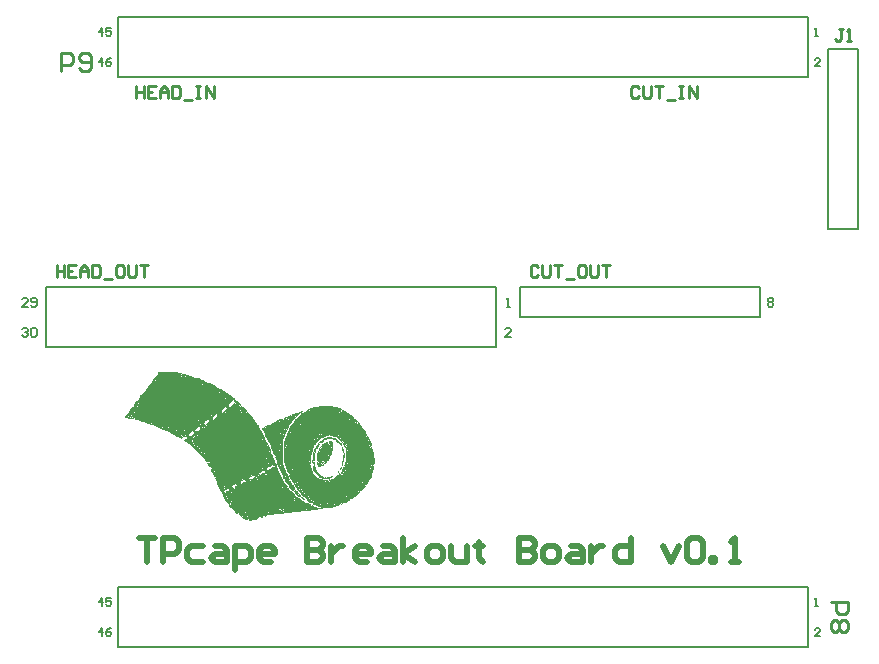
<source format=gto>
%FSLAX25Y25*%
%MOIN*%
G70*
G01*
G75*
G04 Layer_Color=65535*
%ADD10R,0.02362X0.06496*%
%ADD11C,0.02000*%
%ADD12C,0.01000*%
%ADD13R,0.05906X0.05906*%
%ADD14C,0.05906*%
%ADD15R,0.05906X0.05906*%
%ADD16R,0.08661X0.02362*%
%ADD17R,0.08740X0.04016*%
%ADD18R,0.02500X0.02000*%
%ADD19C,0.03000*%
%ADD20C,0.00787*%
%ADD21C,0.00700*%
G36*
X88820Y94045D02*
X90532D01*
Y93760D01*
X91959D01*
Y93475D01*
X93101D01*
Y93189D01*
X94242D01*
Y92904D01*
X95099D01*
Y92618D01*
X95955D01*
Y92333D01*
X96811D01*
Y92048D01*
X97667D01*
Y91762D01*
X98238D01*
Y91477D01*
X99094D01*
Y91192D01*
X99665D01*
Y90906D01*
X100235D01*
Y90621D01*
X100806D01*
Y90335D01*
X101662D01*
Y90050D01*
X102233D01*
Y89765D01*
X102804D01*
Y89479D01*
X103089D01*
Y89194D01*
X103660D01*
Y88908D01*
X104231D01*
Y88623D01*
X104802D01*
Y88338D01*
X105087D01*
Y88052D01*
X105658D01*
Y87767D01*
X106228D01*
Y87481D01*
X106514D01*
Y87196D01*
X107085D01*
Y86911D01*
X107370D01*
Y86625D01*
X107655D01*
Y86340D01*
X108226D01*
Y86055D01*
X108512D01*
Y85769D01*
X108797D01*
Y85484D01*
X109368D01*
Y85198D01*
X109653D01*
Y84913D01*
X109939D01*
Y84628D01*
X110224D01*
Y84342D01*
X110509D01*
Y84057D01*
X110795D01*
Y83772D01*
X111080D01*
Y83486D01*
X111365D01*
Y83201D01*
X111651D01*
Y82915D01*
X111936D01*
Y82630D01*
X112222D01*
Y82345D01*
X112507D01*
Y82059D01*
X112792D01*
Y81774D01*
X113078D01*
Y81489D01*
X113363D01*
Y81203D01*
X113648D01*
Y80918D01*
X113934D01*
Y80632D01*
X114219D01*
Y80347D01*
Y80062D01*
X114505D01*
Y79776D01*
X114790D01*
Y79491D01*
X115075D01*
Y79205D01*
X115361D01*
Y78920D01*
Y78635D01*
X115646D01*
Y78349D01*
X115931D01*
Y78064D01*
X116217D01*
Y77778D01*
Y77493D01*
X116502D01*
Y77208D01*
X116788D01*
Y76922D01*
Y76637D01*
X117073D01*
Y76351D01*
X117359D01*
Y76066D01*
Y75781D01*
X117644D01*
Y75495D01*
X117929D01*
Y75210D01*
Y74925D01*
X118215D01*
Y74639D01*
Y74354D01*
X118500D01*
Y74068D01*
Y73783D01*
X118785D01*
Y73498D01*
Y73212D01*
X119071D01*
Y72927D01*
Y72641D01*
X119356D01*
Y72356D01*
Y72071D01*
X119641D01*
Y71785D01*
Y71500D01*
X119927D01*
Y71215D01*
Y70929D01*
X120212D01*
Y70644D01*
Y70359D01*
X120498D01*
Y70073D01*
Y69788D01*
X120783D01*
Y69502D01*
Y69217D01*
X121069D01*
Y68932D01*
Y68646D01*
Y68361D01*
X121354D01*
Y68075D01*
Y67790D01*
X121639D01*
Y67505D01*
Y67219D01*
Y66934D01*
X121925D01*
Y66649D01*
Y66363D01*
X122210D01*
Y66078D01*
Y65792D01*
Y65507D01*
X122495D01*
Y65222D01*
Y64936D01*
X122781D01*
Y64651D01*
Y64365D01*
Y64080D01*
Y63795D01*
X123066D01*
Y63509D01*
X123352D01*
Y63224D01*
Y62938D01*
Y62653D01*
X123637D01*
Y62368D01*
Y62082D01*
X123922D01*
Y61797D01*
Y61511D01*
Y61226D01*
X124208D01*
Y60941D01*
Y60655D01*
X124493D01*
Y60370D01*
Y60085D01*
Y59799D01*
X124778D01*
Y59514D01*
Y59228D01*
X125064D01*
Y58943D01*
Y58658D01*
X125349D01*
Y58372D01*
X125635D01*
Y58087D01*
Y57802D01*
X125920D01*
Y57516D01*
Y57231D01*
X126205D01*
Y56945D01*
X126491D01*
Y56660D01*
Y56375D01*
X126776D01*
Y56089D01*
X127061D01*
Y55804D01*
X126776D01*
Y55519D01*
X127347D01*
Y55233D01*
X127632D01*
Y54948D01*
X127918D01*
Y54662D01*
X128203D01*
Y54377D01*
X128488D01*
Y54092D01*
X128774D01*
Y53806D01*
X129059D01*
Y53521D01*
X129345D01*
Y53235D01*
X129630D01*
Y52950D01*
X129915D01*
Y52665D01*
X130201D01*
Y52379D01*
X130486D01*
Y52094D01*
X131057D01*
Y51809D01*
X131628D01*
Y51523D01*
X131913D01*
Y51238D01*
X132484D01*
Y50952D01*
X132769D01*
Y50667D01*
X133625D01*
Y50382D01*
X134196D01*
Y50096D01*
X134767D01*
Y49811D01*
Y49525D01*
X135052D01*
Y49811D01*
X135338D01*
Y49525D01*
X135908D01*
Y49240D01*
X136765D01*
Y48955D01*
X137621D01*
Y48669D01*
X138762D01*
Y48384D01*
X137050D01*
Y48098D01*
X134767D01*
Y47813D01*
X131628D01*
Y47528D01*
X128488D01*
Y47242D01*
X127632D01*
Y47528D01*
X127347D01*
Y47242D01*
X125920D01*
Y46957D01*
X123922D01*
Y46672D01*
X123637D01*
Y46957D01*
X123352D01*
Y46672D01*
X122495D01*
Y46386D01*
X120212D01*
Y46101D01*
X119927D01*
Y45815D01*
X119356D01*
Y46101D01*
X118785D01*
Y45815D01*
Y45530D01*
X118215D01*
Y45815D01*
X117359D01*
Y45530D01*
X117644D01*
Y45245D01*
X117359D01*
Y45530D01*
X117073D01*
Y45245D01*
X116788D01*
Y44959D01*
X115931D01*
Y44674D01*
X115075D01*
Y44388D01*
X114219D01*
Y44674D01*
X113363D01*
Y44959D01*
X112792D01*
Y45245D01*
X112222D01*
Y45530D01*
X111936D01*
Y45815D01*
X111365D01*
Y46101D01*
X111080D01*
Y46386D01*
X110795D01*
Y46672D01*
X110224D01*
Y46957D01*
X109939D01*
Y47242D01*
X109653D01*
Y47528D01*
X109368D01*
Y47813D01*
X109082D01*
Y48098D01*
X108797D01*
Y48384D01*
X108512D01*
Y48669D01*
X108226D01*
Y48955D01*
X107941D01*
Y49240D01*
X107655D01*
Y49525D01*
Y49811D01*
X107370D01*
Y50096D01*
X107085D01*
Y50382D01*
X106799D01*
Y50667D01*
Y50952D01*
X106514D01*
Y51238D01*
X106228D01*
Y51523D01*
Y51809D01*
X105943D01*
Y52094D01*
Y52379D01*
X105658D01*
Y52665D01*
Y52950D01*
X105372D01*
Y53235D01*
Y53521D01*
X105087D01*
Y53806D01*
Y54092D01*
X104802D01*
Y54377D01*
Y54662D01*
X104516D01*
Y54948D01*
Y55233D01*
X104231D01*
Y55519D01*
Y55804D01*
X103945D01*
Y56089D01*
Y56375D01*
Y56660D01*
X103660D01*
Y56945D01*
Y57231D01*
X103375D01*
Y57516D01*
Y57802D01*
X103089D01*
Y58087D01*
Y58372D01*
Y58658D01*
X102804D01*
Y58943D01*
X103089D01*
Y59228D01*
X102518D01*
Y59514D01*
Y59799D01*
X102233D01*
Y60085D01*
Y60370D01*
X101948D01*
Y60655D01*
Y60941D01*
X101662D01*
Y61226D01*
Y61511D01*
X101377D01*
Y61797D01*
Y62082D01*
Y62368D01*
X101092D01*
Y62653D01*
X100806D01*
Y62938D01*
X100521D01*
Y63224D01*
Y63509D01*
X100235D01*
Y63795D01*
X101092D01*
Y64080D01*
X99950D01*
Y64365D01*
X99665D01*
Y64651D01*
Y64936D01*
X99379D01*
Y65222D01*
X99094D01*
Y65507D01*
X98808D01*
Y65792D01*
X98523D01*
Y66078D01*
X98238D01*
Y66363D01*
X97952D01*
Y66649D01*
X97667D01*
Y66934D01*
X97382D01*
Y67219D01*
X97096D01*
Y67505D01*
X96811D01*
Y67790D01*
X96525D01*
Y68075D01*
X96240D01*
Y68361D01*
X95955D01*
Y68646D01*
X95669D01*
Y68932D01*
X95384D01*
Y69217D01*
X95099D01*
Y69502D01*
X94813D01*
Y69788D01*
X94528D01*
Y70073D01*
X93957D01*
Y70359D01*
X93672D01*
Y70644D01*
X93386D01*
Y70929D01*
X92815D01*
Y71215D01*
X92530D01*
Y71500D01*
X92815D01*
Y71785D01*
X93386D01*
Y72071D01*
Y72356D01*
X93101D01*
Y72641D01*
X92530D01*
Y72356D01*
X92245D01*
Y72071D01*
X91674D01*
Y71785D01*
X91388D01*
Y72071D01*
X90818D01*
Y72356D01*
X90247D01*
Y72641D01*
X89962D01*
Y72927D01*
X89391D01*
Y73212D01*
X88820D01*
Y73498D01*
X88249D01*
Y73783D01*
X87678D01*
Y74068D01*
X87108D01*
Y74354D01*
X86537D01*
Y74639D01*
X86252D01*
Y74925D01*
X85966D01*
Y74639D01*
X85681D01*
Y74925D01*
X85110D01*
Y75210D01*
X84539D01*
Y75495D01*
X83969D01*
Y75781D01*
X83112D01*
Y76066D01*
X82542D01*
Y76351D01*
X81685D01*
Y76637D01*
X81115D01*
Y76922D01*
X80259D01*
Y77208D01*
X79402D01*
Y77493D01*
X78261D01*
Y77778D01*
X77405D01*
Y78064D01*
X76263D01*
Y78349D01*
X75122D01*
Y78635D01*
X73695D01*
Y78920D01*
X72838D01*
Y79205D01*
Y79491D01*
X73124D01*
Y79776D01*
X73409D01*
Y80062D01*
X73695D01*
Y80347D01*
X73980D01*
Y80632D01*
X74265D01*
Y80347D01*
X74551D01*
Y80632D01*
X74265D01*
Y80918D01*
Y81203D01*
X74551D01*
Y81489D01*
Y81774D01*
X74836D01*
Y82059D01*
X75122D01*
Y82345D01*
X75407D01*
Y82630D01*
X75692D01*
Y82915D01*
X75978D01*
Y83201D01*
Y83486D01*
X76263D01*
Y83772D01*
Y84057D01*
X76548D01*
Y84342D01*
X76834D01*
Y84628D01*
X77119D01*
Y84913D01*
X77405D01*
Y85198D01*
Y85484D01*
X77690D01*
Y85769D01*
X77975D01*
Y86055D01*
Y86340D01*
X78261D01*
Y86625D01*
X78546D01*
Y86911D01*
X78832D01*
Y87196D01*
X79117D01*
Y87481D01*
X79402D01*
Y87767D01*
X79688D01*
Y88052D01*
Y88338D01*
X80259D01*
Y88623D01*
Y88908D01*
X80544D01*
Y89194D01*
Y89479D01*
X80829D01*
Y89765D01*
X81115D01*
Y90050D01*
X81400D01*
Y90335D01*
Y90621D01*
X81685D01*
Y90906D01*
X81971D01*
Y91192D01*
X82256D01*
Y91477D01*
Y91762D01*
X82542D01*
Y92048D01*
X82827D01*
Y92333D01*
Y92618D01*
X83112D01*
Y92904D01*
X83398D01*
Y93189D01*
X83683D01*
Y93475D01*
Y93760D01*
X83969D01*
Y94045D01*
X84254D01*
Y94331D01*
X88820D01*
Y94045D01*
D02*
G37*
G36*
X142187Y82630D02*
X143328D01*
Y82345D01*
X143899D01*
Y82059D01*
X144755D01*
Y81774D01*
X145326D01*
Y81489D01*
X145897D01*
Y81203D01*
X146468D01*
Y80918D01*
X146753D01*
Y80632D01*
X147324D01*
Y80347D01*
X147609D01*
Y80062D01*
X147895D01*
Y79776D01*
X148465D01*
Y79491D01*
X148751D01*
Y79205D01*
X149036D01*
Y78920D01*
X149321D01*
Y78635D01*
X149607D01*
Y78349D01*
X149892D01*
Y78064D01*
X150178D01*
Y77778D01*
X150463D01*
Y77493D01*
X150748D01*
Y77208D01*
X151034D01*
Y76922D01*
Y76637D01*
X151319D01*
Y76351D01*
X151605D01*
Y76066D01*
X151890D01*
Y75781D01*
Y75495D01*
X152175D01*
Y75210D01*
X152461D01*
Y74925D01*
X152746D01*
Y74639D01*
Y74354D01*
X153032D01*
Y74068D01*
Y73783D01*
X153317D01*
Y73498D01*
X153602D01*
Y73212D01*
Y72927D01*
X153888D01*
Y72641D01*
Y72356D01*
X154173D01*
Y72071D01*
Y71785D01*
X154458D01*
Y71500D01*
Y71215D01*
X154744D01*
Y70929D01*
Y70644D01*
Y70359D01*
X155029D01*
Y70073D01*
Y69788D01*
Y69502D01*
X155315D01*
Y69217D01*
Y68932D01*
Y68646D01*
X155600D01*
Y68361D01*
Y68075D01*
Y67790D01*
Y67505D01*
X155885D01*
Y67219D01*
Y66934D01*
Y66649D01*
Y66363D01*
Y66078D01*
Y65792D01*
Y65507D01*
X156171D01*
Y65222D01*
Y64936D01*
Y64651D01*
Y64365D01*
Y64080D01*
Y63795D01*
Y63509D01*
X155885D01*
Y63224D01*
X155600D01*
Y62938D01*
X155885D01*
Y62653D01*
Y62368D01*
Y62082D01*
Y61797D01*
Y61511D01*
X155600D01*
Y61226D01*
Y60941D01*
Y60655D01*
X155315D01*
Y60370D01*
Y60085D01*
Y59799D01*
X155029D01*
Y59514D01*
Y59228D01*
Y58943D01*
X154744D01*
Y58658D01*
Y58372D01*
X154458D01*
Y58087D01*
X154173D01*
Y57802D01*
Y57516D01*
X153888D01*
Y57231D01*
Y56945D01*
X153602D01*
Y56660D01*
X153317D01*
Y56375D01*
Y56089D01*
X153032D01*
Y56375D01*
X152746D01*
Y56089D01*
X153032D01*
Y55804D01*
X152746D01*
Y55519D01*
X152461D01*
Y55233D01*
X152175D01*
Y54948D01*
X151890D01*
Y54662D01*
X151605D01*
Y54377D01*
X151319D01*
Y54092D01*
X151034D01*
Y53806D01*
X150748D01*
Y53521D01*
X150463D01*
Y53235D01*
X150178D01*
Y52950D01*
X149892D01*
Y52665D01*
X149321D01*
Y52950D01*
X149036D01*
Y52665D01*
X149321D01*
Y52379D01*
X149036D01*
Y52094D01*
X148751D01*
Y51809D01*
X147895D01*
Y51523D01*
Y51238D01*
X147324D01*
Y50952D01*
X146753D01*
Y50667D01*
X146182D01*
Y50382D01*
X145612D01*
Y50096D01*
X145041D01*
Y50382D01*
X144755D01*
Y50096D01*
X145041D01*
Y49811D01*
X144755D01*
Y50096D01*
X144470D01*
Y49811D01*
X144185D01*
Y49525D01*
X143328D01*
Y49240D01*
X142187D01*
Y48955D01*
X141331D01*
Y49240D01*
X141045D01*
Y48955D01*
X138191D01*
Y49240D01*
X137050D01*
Y49525D01*
X136479D01*
Y49811D01*
X135623D01*
Y50096D01*
X135338D01*
Y50382D01*
Y50667D01*
X135052D01*
Y50382D01*
X134767D01*
Y50667D01*
X134196D01*
Y50952D01*
X133911D01*
Y51238D01*
X133625D01*
Y51523D01*
X133340D01*
Y51809D01*
X133055D01*
Y52094D01*
X132769D01*
Y52379D01*
X132484D01*
Y52665D01*
X132199D01*
Y52950D01*
X131913D01*
Y53235D01*
X131628D01*
Y53521D01*
X131342D01*
Y53806D01*
X131057D01*
Y54092D01*
X130772D01*
Y54377D01*
Y54662D01*
X130486D01*
Y54948D01*
X130201D01*
Y55233D01*
Y55519D01*
X129915D01*
Y55804D01*
X129630D01*
Y56089D01*
X129345D01*
Y56375D01*
Y56660D01*
X129059D01*
Y56945D01*
Y57231D01*
X128774D01*
Y57516D01*
X128488D01*
Y57802D01*
Y58087D01*
X128203D01*
Y58372D01*
Y58658D01*
X127918D01*
Y58943D01*
Y59228D01*
X127632D01*
Y59514D01*
Y59799D01*
X127347D01*
Y60085D01*
Y60370D01*
X127061D01*
Y60655D01*
Y60941D01*
X126776D01*
Y61226D01*
Y61511D01*
Y61797D01*
X126491D01*
Y62082D01*
Y62368D01*
Y62653D01*
Y62938D01*
X126205D01*
Y63224D01*
Y63509D01*
Y63795D01*
X125920D01*
Y64080D01*
Y64365D01*
Y64651D01*
Y64936D01*
Y65222D01*
Y65507D01*
Y65792D01*
Y66078D01*
Y66363D01*
Y66649D01*
Y66934D01*
Y67219D01*
Y67505D01*
Y67790D01*
Y68075D01*
Y68361D01*
Y68646D01*
Y68932D01*
Y69217D01*
Y69502D01*
Y69788D01*
Y70073D01*
Y70359D01*
Y70644D01*
Y70929D01*
Y71215D01*
X126205D01*
Y71500D01*
Y71785D01*
Y72071D01*
X126491D01*
Y72356D01*
Y72641D01*
Y72927D01*
X126776D01*
Y73212D01*
Y73498D01*
Y73783D01*
X127061D01*
Y74068D01*
Y74354D01*
X127347D01*
Y74639D01*
Y74925D01*
X127632D01*
Y75210D01*
Y75495D01*
X127918D01*
Y75781D01*
Y76066D01*
X128203D01*
Y76351D01*
X128488D01*
Y76637D01*
Y76922D01*
X128774D01*
Y77208D01*
X129059D01*
Y77493D01*
Y77778D01*
X129345D01*
Y78064D01*
X129630D01*
Y78349D01*
X129915D01*
Y78635D01*
X130201D01*
Y78920D01*
X130486D01*
Y79205D01*
X130772D01*
Y79491D01*
X131057D01*
Y79776D01*
X131342D01*
Y80062D01*
X131628D01*
Y80347D01*
X132199D01*
Y80632D01*
X132484D01*
Y80918D01*
X133055D01*
Y81203D01*
X133340D01*
Y81489D01*
X133911D01*
Y81774D01*
X134482D01*
Y82059D01*
X135338D01*
Y82345D01*
X135908D01*
Y82630D01*
X137335D01*
Y82915D01*
X141045D01*
Y82630D01*
X141331D01*
Y82915D01*
X142187D01*
Y82630D01*
D02*
G37*
G36*
X132199Y80918D02*
X131913D01*
Y80632D01*
X131342D01*
Y80347D01*
X131057D01*
Y80062D01*
X130772D01*
Y79776D01*
X130486D01*
Y79491D01*
X130201D01*
Y79205D01*
X129915D01*
Y79491D01*
X129630D01*
Y79205D01*
X129915D01*
Y78920D01*
X129630D01*
Y78635D01*
X129345D01*
Y78349D01*
X129059D01*
Y78064D01*
X128774D01*
Y77778D01*
X128488D01*
Y77493D01*
Y77208D01*
X128203D01*
Y76922D01*
X127918D01*
Y76637D01*
Y76351D01*
X127632D01*
Y76066D01*
Y75781D01*
X127347D01*
Y75495D01*
X127061D01*
Y75210D01*
Y74925D01*
X126776D01*
Y75210D01*
X126491D01*
Y74925D01*
X126776D01*
Y74639D01*
Y74354D01*
Y74068D01*
X126491D01*
Y73783D01*
Y73498D01*
X126205D01*
Y73212D01*
Y72927D01*
Y72641D01*
X125920D01*
Y72356D01*
Y72071D01*
Y71785D01*
X125635D01*
Y71500D01*
Y71215D01*
Y70929D01*
Y70644D01*
Y70359D01*
X125349D01*
Y70073D01*
Y69788D01*
Y69502D01*
Y69217D01*
Y68932D01*
Y68646D01*
Y68361D01*
Y68075D01*
Y67790D01*
Y67505D01*
Y67219D01*
Y66934D01*
Y66649D01*
Y66363D01*
Y66078D01*
Y65792D01*
Y65507D01*
Y65222D01*
Y64936D01*
Y64651D01*
Y64365D01*
X125635D01*
Y64080D01*
Y63795D01*
Y63509D01*
Y63224D01*
X125920D01*
Y62938D01*
Y62653D01*
Y62368D01*
Y62082D01*
X126205D01*
Y61797D01*
Y61511D01*
X126491D01*
Y61226D01*
Y60941D01*
Y60655D01*
X126776D01*
Y60370D01*
Y60085D01*
X127061D01*
Y59799D01*
Y59514D01*
X127347D01*
Y59228D01*
Y58943D01*
X127632D01*
Y58658D01*
Y58372D01*
X127918D01*
Y58087D01*
X127632D01*
Y57802D01*
X128203D01*
Y57516D01*
Y57231D01*
X128488D01*
Y56945D01*
Y56660D01*
X128774D01*
Y56375D01*
X129059D01*
Y56089D01*
Y55804D01*
X129345D01*
Y55519D01*
X129630D01*
Y55233D01*
Y54948D01*
X129915D01*
Y54662D01*
X130201D01*
Y54377D01*
X130486D01*
Y54092D01*
Y53806D01*
X130772D01*
Y53521D01*
X131057D01*
Y53235D01*
X131342D01*
Y52950D01*
Y52665D01*
X131913D01*
Y52379D01*
X132199D01*
Y52094D01*
X132484D01*
Y51809D01*
X132769D01*
Y51523D01*
X132199D01*
Y51809D01*
X131913D01*
Y52094D01*
X131342D01*
Y52379D01*
X131057D01*
Y52665D01*
X130486D01*
Y52950D01*
X130201D01*
Y53235D01*
X129915D01*
Y53521D01*
X129630D01*
Y53806D01*
X129345D01*
Y54092D01*
X129059D01*
Y54377D01*
X128774D01*
Y54662D01*
X128488D01*
Y54948D01*
X128203D01*
Y55233D01*
X127918D01*
Y55519D01*
X127632D01*
Y55804D01*
X127347D01*
Y56089D01*
Y56375D01*
X127061D01*
Y56660D01*
Y56945D01*
X126776D01*
Y57231D01*
X126491D01*
Y57516D01*
X126205D01*
Y57802D01*
Y58087D01*
Y58372D01*
X125920D01*
Y58658D01*
X125635D01*
Y58943D01*
Y59228D01*
X125349D01*
Y59514D01*
Y59799D01*
X125064D01*
Y60085D01*
Y60370D01*
X124778D01*
Y60655D01*
Y60941D01*
Y61226D01*
X124493D01*
Y61511D01*
Y61797D01*
X124208D01*
Y62082D01*
Y62368D01*
X123922D01*
Y62653D01*
Y62938D01*
Y63224D01*
X123637D01*
Y63509D01*
Y63795D01*
Y64080D01*
X123352D01*
Y64365D01*
Y64651D01*
Y64936D01*
X123066D01*
Y65222D01*
Y65507D01*
X122781D01*
Y65792D01*
X123066D01*
Y66078D01*
X122781D01*
Y66363D01*
X122495D01*
Y66649D01*
Y66934D01*
X122210D01*
Y67219D01*
Y67505D01*
Y67790D01*
X121925D01*
Y68075D01*
Y68361D01*
X121639D01*
Y68646D01*
Y68932D01*
X121354D01*
Y69217D01*
Y69502D01*
Y69788D01*
X121069D01*
Y70073D01*
Y70359D01*
X120783D01*
Y70644D01*
Y70929D01*
X120498D01*
Y71215D01*
Y71500D01*
X120212D01*
Y71785D01*
Y72071D01*
X119927D01*
Y72356D01*
Y72641D01*
X119641D01*
Y72927D01*
Y73212D01*
X119356D01*
Y73498D01*
Y73783D01*
X119071D01*
Y74068D01*
Y74354D01*
X118785D01*
Y74639D01*
Y74925D01*
X118500D01*
Y75210D01*
Y75495D01*
X119071D01*
Y75781D01*
X119641D01*
Y75495D01*
X119927D01*
Y75781D01*
X119641D01*
Y76066D01*
X120212D01*
Y76351D01*
X120783D01*
Y76637D01*
X121354D01*
Y76922D01*
X121925D01*
Y77208D01*
X122495D01*
Y77493D01*
X123066D01*
Y77778D01*
X123637D01*
Y78064D01*
X124208D01*
Y78349D01*
X124778D01*
Y78635D01*
X125920D01*
Y78920D01*
X126205D01*
Y79205D01*
X127061D01*
Y79491D01*
X127918D01*
Y79776D01*
X128203D01*
Y79491D01*
X128488D01*
Y79776D01*
Y80062D01*
X129345D01*
Y80347D01*
X130201D01*
Y80632D01*
X130772D01*
Y80918D01*
X131628D01*
Y81203D01*
X132199D01*
Y80918D01*
D02*
G37*
%LPC*%
G36*
X145897Y60941D02*
X145612D01*
Y60655D01*
X145897D01*
Y60941D01*
D02*
G37*
G36*
X102518Y60655D02*
X102233D01*
Y60370D01*
X102518D01*
Y60655D01*
D02*
G37*
G36*
X123922D02*
X123637D01*
Y60370D01*
X123922D01*
Y60655D01*
D02*
G37*
G36*
X102804Y61226D02*
X102518D01*
Y60941D01*
X102804D01*
Y61226D01*
D02*
G37*
G36*
X147324Y61797D02*
X147038D01*
Y61511D01*
X147324D01*
Y61797D01*
D02*
G37*
G36*
X101948Y62082D02*
X101662D01*
Y61797D01*
X101948D01*
Y62082D01*
D02*
G37*
G36*
X118785D02*
X118500D01*
Y61797D01*
X118785D01*
Y62082D01*
D02*
G37*
G36*
X146468Y61511D02*
X146182D01*
Y61226D01*
X146468D01*
Y61511D01*
D02*
G37*
G36*
X122210Y63224D02*
X121925D01*
Y62938D01*
X121639D01*
Y62653D01*
X121069D01*
Y62368D01*
X120498D01*
Y62082D01*
X120212D01*
Y61797D01*
Y61511D01*
X120783D01*
Y61797D01*
X121354D01*
Y62082D01*
X121925D01*
Y62368D01*
X122210D01*
Y62653D01*
X122781D01*
Y62938D01*
X122210D01*
Y63224D01*
D02*
G37*
G36*
X128774Y61797D02*
X128488D01*
Y61511D01*
X128774D01*
Y61797D01*
D02*
G37*
G36*
X145612Y60085D02*
X145326D01*
Y59799D01*
X145612D01*
Y60085D01*
D02*
G37*
G36*
X114790Y58087D02*
X114505D01*
Y57802D01*
X114790D01*
Y58087D01*
D02*
G37*
G36*
X117073Y58372D02*
X116788D01*
Y58087D01*
X117073D01*
Y58372D01*
D02*
G37*
G36*
X116788Y59228D02*
X116502D01*
Y58943D01*
X116788D01*
Y59228D01*
D02*
G37*
G36*
X130486Y57516D02*
X130201D01*
Y57231D01*
X130486D01*
Y57516D01*
D02*
G37*
G36*
X152175D02*
X151890D01*
Y57231D01*
X152175D01*
Y57516D01*
D02*
G37*
G36*
X139904Y57802D02*
X139618D01*
Y57516D01*
X139904D01*
Y57802D01*
D02*
G37*
G36*
X126491Y59514D02*
X126205D01*
Y59228D01*
X126491D01*
Y59514D01*
D02*
G37*
G36*
X120212Y60085D02*
X119641D01*
Y59799D01*
X120212D01*
Y60085D01*
D02*
G37*
G36*
X127918D02*
X127632D01*
Y59799D01*
X127918D01*
Y60085D01*
D02*
G37*
G36*
X141045Y73212D02*
X140760D01*
Y72927D01*
X139904D01*
Y72641D01*
X139618D01*
Y72356D01*
X139048D01*
Y72071D01*
X138191D01*
Y71785D01*
X137906D01*
Y71500D01*
X137621D01*
Y71215D01*
X137050D01*
Y70929D01*
X136765D01*
Y70644D01*
Y70359D01*
X136479D01*
Y70073D01*
Y69788D01*
X135908D01*
Y69502D01*
Y69217D01*
Y68932D01*
X135623D01*
Y68646D01*
Y68361D01*
X135338D01*
Y68075D01*
Y67790D01*
Y67505D01*
X135052D01*
Y67219D01*
Y66934D01*
Y66649D01*
X134767D01*
Y66363D01*
Y66078D01*
Y65792D01*
Y65507D01*
Y65222D01*
Y64936D01*
Y64651D01*
Y64365D01*
Y64080D01*
Y63795D01*
Y63509D01*
X134482D01*
Y63224D01*
X134767D01*
Y62938D01*
Y62653D01*
X134482D01*
Y62368D01*
X134767D01*
Y62082D01*
X135052D01*
Y61797D01*
Y61511D01*
Y61226D01*
X135338D01*
Y60941D01*
Y60655D01*
X135623D01*
Y60370D01*
Y60085D01*
X135908D01*
Y59799D01*
X136194D01*
Y59514D01*
X136479D01*
Y59228D01*
X136765D01*
Y58943D01*
X137335D01*
Y58658D01*
X137906D01*
Y58372D01*
X138762D01*
Y58087D01*
X139048D01*
Y57802D01*
X139333D01*
Y58087D01*
X140475D01*
Y57802D01*
X140760D01*
Y57516D01*
X141045D01*
Y57802D01*
X140760D01*
Y58087D01*
Y58372D01*
X141331D01*
Y58087D01*
X141616D01*
Y58372D01*
Y58658D01*
X142472D01*
Y58943D01*
X142758D01*
Y59228D01*
X143328D01*
Y59514D01*
X143614D01*
Y59799D01*
X144185D01*
Y60085D01*
Y60370D01*
X144470D01*
Y60085D01*
X144755D01*
Y59799D01*
X145041D01*
Y60085D01*
X144755D01*
Y60370D01*
X144470D01*
Y60655D01*
X144755D01*
Y60941D01*
X145041D01*
Y61226D01*
Y61511D01*
X145326D01*
Y61797D01*
X145612D01*
Y62082D01*
Y62368D01*
X145897D01*
Y62653D01*
X146182D01*
Y62938D01*
X145897D01*
Y63224D01*
X146182D01*
Y63509D01*
Y63795D01*
Y64080D01*
X146468D01*
Y64365D01*
Y64651D01*
Y64936D01*
Y65222D01*
Y65507D01*
Y65792D01*
Y66078D01*
Y66363D01*
Y66649D01*
Y66934D01*
Y67219D01*
Y67505D01*
Y67790D01*
Y68075D01*
Y68361D01*
X146182D01*
Y68646D01*
X146468D01*
Y68932D01*
X146182D01*
Y69217D01*
X145897D01*
Y69502D01*
Y69788D01*
X145612D01*
Y70073D01*
Y70359D01*
X145326D01*
Y70644D01*
X145041D01*
Y70929D01*
X144755D01*
Y71215D01*
X144470D01*
Y71500D01*
X144185D01*
Y71785D01*
X143899D01*
Y72071D01*
X143614D01*
Y72356D01*
X143328D01*
Y72641D01*
X142187D01*
Y72927D01*
X141045D01*
Y73212D01*
D02*
G37*
G36*
X115646Y59799D02*
X115361D01*
Y59514D01*
X115075D01*
Y59799D01*
X114790D01*
Y59514D01*
X115075D01*
Y59228D01*
X114505D01*
Y58943D01*
X114219D01*
Y58658D01*
Y58372D01*
X114790D01*
Y58658D01*
X115361D01*
Y58943D01*
X115931D01*
Y59228D01*
X116217D01*
Y59514D01*
X115646D01*
Y59799D01*
D02*
G37*
G36*
X117359D02*
X117073D01*
Y59514D01*
X117359D01*
Y59799D01*
D02*
G37*
G36*
X119356Y61226D02*
X118500D01*
Y60941D01*
X118215D01*
Y60655D01*
X117644D01*
Y60370D01*
Y60085D01*
X117929D01*
Y59799D01*
X118215D01*
Y60085D01*
X118500D01*
Y60370D01*
X119071D01*
Y60655D01*
X119356D01*
Y60941D01*
Y61226D01*
D02*
G37*
G36*
X154744Y62082D02*
X154458D01*
Y61797D01*
X154744D01*
Y62082D01*
D02*
G37*
G36*
X134482Y68075D02*
X134196D01*
Y67790D01*
X134482D01*
Y68075D01*
D02*
G37*
G36*
X147038D02*
X146753D01*
Y67790D01*
X147038D01*
Y68075D01*
D02*
G37*
G36*
X97667Y68932D02*
X97382D01*
Y68646D01*
X97667D01*
Y68932D01*
D02*
G37*
G36*
X121069Y67790D02*
X120783D01*
Y67505D01*
X121069D01*
Y67790D01*
D02*
G37*
G36*
X97952Y68075D02*
X97667D01*
Y67790D01*
X97952D01*
Y68075D01*
D02*
G37*
G36*
X124493D02*
X124208D01*
Y67790D01*
X124493D01*
Y68075D01*
D02*
G37*
G36*
X126491Y69217D02*
X126205D01*
Y68932D01*
X126491D01*
Y69217D01*
D02*
G37*
G36*
X147324Y69502D02*
X147038D01*
Y69217D01*
X147324D01*
Y69502D01*
D02*
G37*
G36*
X155029D02*
X154744D01*
Y69217D01*
X155029D01*
Y69502D01*
D02*
G37*
G36*
X96240Y69788D02*
X95955D01*
Y69502D01*
X96240D01*
Y69788D01*
D02*
G37*
G36*
X154744Y69217D02*
X154458D01*
Y68932D01*
X154744D01*
Y69217D01*
D02*
G37*
G36*
X97096Y69502D02*
X96811D01*
Y69217D01*
X97096D01*
Y69502D01*
D02*
G37*
G36*
X146468Y69788D02*
X146182D01*
Y69502D01*
X146468D01*
Y69217D01*
X146753D01*
Y69502D01*
X146468D01*
Y69788D01*
D02*
G37*
G36*
X147038Y63795D02*
X146753D01*
Y63509D01*
X147038D01*
Y63795D01*
D02*
G37*
G36*
X147324Y64080D02*
X147038D01*
Y63795D01*
X147324D01*
Y64080D01*
D02*
G37*
G36*
X134482Y64365D02*
X134196D01*
Y64080D01*
X134482D01*
Y64365D01*
D02*
G37*
G36*
X124778Y63224D02*
X124493D01*
Y62938D01*
X124778D01*
Y63224D01*
D02*
G37*
G36*
X155029D02*
X154744D01*
Y62938D01*
X155029D01*
Y63224D01*
D02*
G37*
G36*
X120783Y63795D02*
X120498D01*
Y63509D01*
X120783D01*
Y63795D01*
D02*
G37*
G36*
X101662Y64651D02*
X101377D01*
Y64365D01*
X101662D01*
Y64651D01*
D02*
G37*
G36*
X147324Y66934D02*
X147038D01*
Y66649D01*
X147324D01*
Y66934D01*
D02*
G37*
G36*
X99379Y67219D02*
X99094D01*
Y66934D01*
X99379D01*
Y67219D01*
D02*
G37*
G36*
X98523Y67505D02*
X98238D01*
Y67219D01*
X98523D01*
Y67505D01*
D02*
G37*
G36*
X101662Y65222D02*
X101377D01*
Y64936D01*
X101662D01*
Y65222D01*
D02*
G37*
G36*
X120212Y65507D02*
X119927D01*
Y65222D01*
X120212D01*
Y65507D01*
D02*
G37*
G36*
X123637Y65792D02*
X123352D01*
Y65507D01*
X123637D01*
Y65792D01*
D02*
G37*
G36*
X140475Y50382D02*
X140189D01*
Y50096D01*
X140475D01*
Y50382D01*
D02*
G37*
G36*
X108512Y50667D02*
X108226D01*
Y50382D01*
X108512D01*
Y50667D01*
D02*
G37*
G36*
Y51238D02*
X108226D01*
Y50952D01*
X108512D01*
Y51238D01*
D02*
G37*
G36*
X137621Y50096D02*
X137335D01*
Y49811D01*
X137621D01*
Y50096D01*
D02*
G37*
G36*
X138191D02*
X137906D01*
Y49811D01*
X138191D01*
Y50096D01*
D02*
G37*
G36*
X142758D02*
X142472D01*
Y49811D01*
X142758D01*
Y50096D01*
D02*
G37*
G36*
X135052Y51523D02*
X134767D01*
Y51238D01*
X135052D01*
Y51523D01*
D02*
G37*
G36*
X107085Y52094D02*
X106799D01*
Y51809D01*
X107085D01*
Y52094D01*
D02*
G37*
G36*
X129345D02*
X129059D01*
Y51809D01*
X129345D01*
Y52094D01*
D02*
G37*
G36*
X135908Y51238D02*
X135623D01*
Y50952D01*
X135908D01*
Y51238D01*
D02*
G37*
G36*
X107655Y51523D02*
X107370D01*
Y51238D01*
X107655D01*
Y51523D01*
D02*
G37*
G36*
X129345D02*
X129059D01*
Y51238D01*
X129345D01*
Y51523D01*
D02*
G37*
G36*
X108226Y50382D02*
X107941D01*
Y50096D01*
Y49811D01*
X108226D01*
Y50096D01*
Y50382D01*
D02*
G37*
G36*
X121354Y46957D02*
X121069D01*
Y46672D01*
X121354D01*
Y46957D01*
D02*
G37*
G36*
X110795Y47242D02*
X110509D01*
Y46957D01*
X110795D01*
Y47242D01*
D02*
G37*
G36*
X113078Y47528D02*
X112792D01*
Y47242D01*
X113078D01*
Y47528D01*
D02*
G37*
G36*
X114219Y45245D02*
X113934D01*
Y44959D01*
X114219D01*
Y45245D01*
D02*
G37*
G36*
X112222Y46101D02*
X111936D01*
Y45815D01*
X112222D01*
Y46101D01*
D02*
G37*
G36*
X113934D02*
X113648D01*
Y45815D01*
X113934D01*
Y46101D01*
D02*
G37*
G36*
X124778Y48384D02*
X124208D01*
Y48098D01*
X124778D01*
Y47813D01*
X125064D01*
Y48098D01*
X124778D01*
Y48384D01*
D02*
G37*
G36*
X125920D02*
X125635D01*
Y48098D01*
X125920D01*
Y48384D01*
D02*
G37*
G36*
X133340D02*
X133055D01*
Y48098D01*
X133340D01*
Y48384D01*
D02*
G37*
G36*
X120783Y47528D02*
X120498D01*
Y47242D01*
X120783D01*
Y47528D01*
D02*
G37*
G36*
X123637Y47813D02*
X123352D01*
Y47528D01*
X123637D01*
Y47813D01*
D02*
G37*
G36*
X125920D02*
X125635D01*
Y47528D01*
X125920D01*
Y47813D01*
D02*
G37*
G36*
X134482Y52094D02*
X134196D01*
Y51809D01*
X134482D01*
Y52094D01*
D02*
G37*
G36*
X106228Y55519D02*
X105943D01*
Y55233D01*
X106228D01*
Y55519D01*
D02*
G37*
G36*
X109939Y56945D02*
X109653D01*
Y56660D01*
X109368D01*
Y56375D01*
X108797D01*
Y56089D01*
X108512D01*
Y55804D01*
X108797D01*
Y55519D01*
X109082D01*
Y55233D01*
X109368D01*
Y55519D01*
Y55804D01*
X109653D01*
Y56089D01*
X110224D01*
Y56375D01*
Y56660D01*
X109939D01*
Y56945D01*
D02*
G37*
G36*
X125349Y55804D02*
X125064D01*
Y55519D01*
X125349D01*
Y55804D01*
D02*
G37*
G36*
X129345Y54948D02*
X129059D01*
Y54662D01*
Y54377D01*
X129345D01*
Y54662D01*
Y54948D01*
D02*
G37*
G36*
X131057Y55233D02*
X130772D01*
Y54948D01*
X131057D01*
Y55233D01*
D02*
G37*
G36*
X131913D02*
X131628D01*
Y54948D01*
X131913D01*
Y55233D01*
D02*
G37*
G36*
X130201Y56660D02*
X129915D01*
Y56375D01*
X130201D01*
Y56660D01*
D02*
G37*
G36*
X112222Y58372D02*
X111936D01*
Y58087D01*
X112222D01*
Y57802D01*
X111651D01*
Y57516D01*
X111365D01*
Y57231D01*
Y56945D01*
X111936D01*
Y57231D01*
X112222D01*
Y57516D01*
X113078D01*
Y57802D01*
X112792D01*
Y58087D01*
X112222D01*
Y58372D01*
D02*
G37*
G36*
X129915Y57231D02*
X129630D01*
Y56945D01*
X129915D01*
Y57231D01*
D02*
G37*
G36*
X106228Y56089D02*
X105943D01*
Y55804D01*
X106228D01*
Y56089D01*
D02*
G37*
G36*
X130772D02*
X130486D01*
Y55804D01*
X130772D01*
Y56089D01*
D02*
G37*
G36*
X111651Y56660D02*
X111080D01*
Y56375D01*
X111651D01*
Y56660D01*
D02*
G37*
G36*
X150748Y54377D02*
X150463D01*
Y54092D01*
X150748D01*
Y54377D01*
D02*
G37*
G36*
X146753Y52950D02*
X146468D01*
Y52665D01*
X146753D01*
Y52950D01*
D02*
G37*
G36*
X147324D02*
X147038D01*
Y52665D01*
X147324D01*
Y52950D01*
D02*
G37*
G36*
X130772Y53521D02*
X130486D01*
Y53235D01*
X130772D01*
Y53521D01*
D02*
G37*
G36*
X129915Y52665D02*
X129630D01*
Y52379D01*
X129915D01*
Y52665D01*
D02*
G37*
G36*
X106799Y52950D02*
X106514D01*
Y52665D01*
X106799D01*
Y52950D01*
D02*
G37*
G36*
X134196D02*
X133911D01*
Y52665D01*
X134196D01*
Y52950D01*
D02*
G37*
G36*
X107370Y55233D02*
X106799D01*
Y54948D01*
X106228D01*
Y54662D01*
X105943D01*
Y54377D01*
Y54092D01*
X106228D01*
Y53806D01*
X106514D01*
Y54092D01*
Y54377D01*
X107085D01*
Y54662D01*
X107655D01*
Y54948D01*
X107370D01*
Y55233D01*
D02*
G37*
G36*
X108512Y54092D02*
X108226D01*
Y53806D01*
X108512D01*
Y54092D01*
D02*
G37*
G36*
X132199Y54377D02*
X131913D01*
Y54092D01*
X132199D01*
Y54377D01*
D02*
G37*
G36*
X133625Y53521D02*
X133340D01*
Y53235D01*
X133625D01*
Y53521D01*
D02*
G37*
G36*
X127632Y53806D02*
X127347D01*
Y53521D01*
X127632D01*
Y53806D01*
D02*
G37*
G36*
X132769D02*
X132484D01*
Y53521D01*
X132769D01*
Y53806D01*
D02*
G37*
G36*
X74265Y79491D02*
X73980D01*
Y79205D01*
X74265D01*
Y79491D01*
D02*
G37*
G36*
X75122Y79776D02*
X74836D01*
Y79491D01*
X75122D01*
Y79776D01*
D02*
G37*
G36*
X101948D02*
X101662D01*
Y79491D01*
X101948D01*
Y79776D01*
D02*
G37*
G36*
X133625Y79205D02*
X133340D01*
Y78920D01*
X133625D01*
Y79205D01*
D02*
G37*
G36*
X126776Y78920D02*
X126491D01*
Y78635D01*
X126776D01*
Y78920D01*
D02*
G37*
G36*
X74836Y79205D02*
X74551D01*
Y78920D01*
X74836D01*
Y79205D01*
D02*
G37*
G36*
X75407D02*
X75122D01*
Y78920D01*
X75407D01*
Y79205D01*
D02*
G37*
G36*
X144470Y80918D02*
X144185D01*
Y80632D01*
Y80347D01*
X144470D01*
Y80632D01*
Y80918D01*
D02*
G37*
G36*
X145897Y80632D02*
X145612D01*
Y80347D01*
X145897D01*
Y80632D01*
D02*
G37*
G36*
X76263Y80918D02*
X75978D01*
Y80632D01*
X76263D01*
Y80918D01*
D02*
G37*
G36*
X113363D02*
X113078D01*
Y80632D01*
X113363D01*
Y80347D01*
X113648D01*
Y80632D01*
X113363D01*
Y80918D01*
D02*
G37*
G36*
X75407Y80632D02*
X75122D01*
Y80347D01*
X75407D01*
Y80632D01*
D02*
G37*
G36*
X106228D02*
X105943D01*
Y80347D01*
X106228D01*
Y80632D01*
D02*
G37*
G36*
X107370D02*
X107085D01*
Y80347D01*
X107370D01*
Y80632D01*
D02*
G37*
G36*
X149892Y77493D02*
X149607D01*
Y77208D01*
X149892D01*
Y77493D01*
D02*
G37*
G36*
X124493Y77778D02*
X124208D01*
Y77493D01*
X124493D01*
Y77778D01*
D02*
G37*
G36*
X97382Y78064D02*
X97096D01*
Y77778D01*
X97382D01*
Y78064D01*
D02*
G37*
G36*
X150463Y77493D02*
X150178D01*
Y77208D01*
Y76922D01*
X150463D01*
Y77208D01*
Y77493D01*
D02*
G37*
G36*
X98238Y76922D02*
X97952D01*
Y76637D01*
X98238D01*
Y76922D01*
D02*
G37*
G36*
X131342D02*
X131057D01*
Y76637D01*
X131342D01*
Y76922D01*
D02*
G37*
G36*
X81685Y77208D02*
X81400D01*
Y76922D01*
X81685D01*
Y77208D01*
D02*
G37*
G36*
X147895Y78349D02*
X147609D01*
Y78064D01*
X147895D01*
Y78349D01*
D02*
G37*
G36*
X76263Y78920D02*
X75978D01*
Y78635D01*
X76263D01*
Y78920D01*
D02*
G37*
G36*
X103660Y80062D02*
X103089D01*
Y79776D01*
X102804D01*
Y79491D01*
X102518D01*
Y79205D01*
X102233D01*
Y78920D01*
Y78635D01*
X102804D01*
Y78920D01*
X103089D01*
Y79205D01*
X103375D01*
Y79491D01*
X103660D01*
Y79776D01*
Y80062D01*
D02*
G37*
G36*
X127347Y78349D02*
X127061D01*
Y78064D01*
X127347D01*
Y78349D01*
D02*
G37*
G36*
X100806Y78064D02*
X100235D01*
Y77778D01*
X99665D01*
Y78064D01*
X99379D01*
Y77778D01*
X99665D01*
Y77493D01*
X99379D01*
Y77208D01*
X99094D01*
Y76922D01*
X99379D01*
Y76637D01*
X99665D01*
Y76351D01*
X99950D01*
Y76066D01*
X100235D01*
Y76351D01*
X99950D01*
Y76637D01*
Y76922D01*
X100235D01*
Y77208D01*
X100521D01*
Y77493D01*
X100806D01*
Y77778D01*
Y78064D01*
D02*
G37*
G36*
X102518Y78349D02*
X102233D01*
Y78064D01*
X102518D01*
Y78349D01*
D02*
G37*
G36*
X125920D02*
X125635D01*
Y78064D01*
X125920D01*
Y78349D01*
D02*
G37*
G36*
X106514Y82345D02*
X106228D01*
Y82059D01*
X105943D01*
Y81774D01*
X105372D01*
Y81489D01*
X105087D01*
Y81203D01*
Y80918D01*
Y80632D01*
X105658D01*
Y80918D01*
X105943D01*
Y81203D01*
X106228D01*
Y81489D01*
X106514D01*
Y81774D01*
X106799D01*
Y82059D01*
X106514D01*
Y82345D01*
D02*
G37*
G36*
X104516Y87481D02*
X104231D01*
Y87196D01*
X104516D01*
Y87481D01*
D02*
G37*
G36*
X104231Y88623D02*
X103945D01*
Y88338D01*
X104231D01*
Y88623D01*
D02*
G37*
G36*
X99665Y89765D02*
X99379D01*
Y89479D01*
X99665D01*
Y89765D01*
D02*
G37*
G36*
X106514Y85484D02*
X106228D01*
Y85198D01*
X106514D01*
Y85484D01*
D02*
G37*
G36*
X107085Y84628D02*
X106799D01*
Y84342D01*
X107085D01*
Y84628D01*
D02*
G37*
G36*
X109082Y84913D02*
X108797D01*
Y84628D01*
X109082D01*
Y84913D01*
D02*
G37*
G36*
X77975Y85198D02*
X77690D01*
Y84913D01*
X77975D01*
Y85198D01*
D02*
G37*
G36*
X93957Y92904D02*
X93672D01*
Y92618D01*
Y92333D01*
X93957D01*
Y92618D01*
Y92904D01*
D02*
G37*
G36*
X93101D02*
X92815D01*
Y92618D01*
X93101D01*
Y92904D01*
D02*
G37*
G36*
X91674Y93475D02*
X91388D01*
Y93189D01*
X91674D01*
Y93475D01*
D02*
G37*
G36*
X95099Y92333D02*
X94813D01*
Y92048D01*
X95099D01*
Y92333D01*
D02*
G37*
G36*
X98808Y90050D02*
X98523D01*
Y89765D01*
X98808D01*
Y90050D01*
D02*
G37*
G36*
X83112Y91477D02*
X82827D01*
Y91192D01*
X83112D01*
Y91477D01*
D02*
G37*
G36*
X91674Y92904D02*
X91388D01*
Y92618D01*
X91674D01*
Y92333D01*
X91959D01*
Y92048D01*
X92245D01*
Y92333D01*
X91959D01*
Y92618D01*
X91674D01*
Y92904D01*
D02*
G37*
G36*
X111365Y81489D02*
X111080D01*
Y81203D01*
X111365D01*
Y81489D01*
D02*
G37*
G36*
X134482D02*
X134196D01*
Y81203D01*
X134482D01*
Y81489D01*
D02*
G37*
G36*
X75978Y82059D02*
X75692D01*
Y81774D01*
X75978D01*
Y82059D01*
D02*
G37*
G36*
X145041Y81489D02*
X144755D01*
Y81203D01*
Y80918D01*
X145041D01*
Y81203D01*
Y81489D01*
D02*
G37*
G36*
X106514Y80918D02*
X106228D01*
Y80632D01*
X106514D01*
Y80918D01*
D02*
G37*
G36*
X111936D02*
X111651D01*
Y80632D01*
X111936D01*
Y80918D01*
D02*
G37*
G36*
X133625D02*
X133340D01*
Y80632D01*
X133625D01*
Y80918D01*
D02*
G37*
G36*
X109939Y83772D02*
X109653D01*
Y83486D01*
X109939D01*
Y83772D01*
D02*
G37*
G36*
X77975Y84342D02*
X77690D01*
Y84057D01*
X77975D01*
Y84342D01*
D02*
G37*
G36*
X78832Y84628D02*
X78546D01*
Y84342D01*
X78832D01*
Y84628D01*
D02*
G37*
G36*
X77405Y83772D02*
X77119D01*
Y83486D01*
X77405D01*
Y83772D01*
D02*
G37*
G36*
X77119Y82915D02*
X76834D01*
Y82630D01*
X77119D01*
Y82915D01*
D02*
G37*
G36*
X109082Y84342D02*
X108512D01*
Y84057D01*
X108226D01*
Y83772D01*
X107941D01*
Y83486D01*
X107655D01*
Y83201D01*
X107370D01*
Y82915D01*
X107655D01*
Y82630D01*
X108226D01*
Y82915D01*
X108512D01*
Y83201D01*
X108797D01*
Y83486D01*
X109082D01*
Y83772D01*
X109368D01*
Y84057D01*
X109082D01*
Y84342D01*
D02*
G37*
G36*
X111080Y83201D02*
X110795D01*
Y82915D01*
X111080D01*
Y82630D01*
X111365D01*
Y82915D01*
X111080D01*
Y83201D01*
D02*
G37*
G36*
X144755Y72071D02*
X144470D01*
Y71785D01*
X144755D01*
Y72071D01*
D02*
G37*
G36*
X95669Y72356D02*
X95384D01*
Y72071D01*
X95669D01*
Y72356D01*
D02*
G37*
G36*
X137050Y72071D02*
X136765D01*
Y71785D01*
X137050D01*
Y72071D01*
D02*
G37*
G36*
X118785Y71785D02*
X118500D01*
Y71500D01*
X118785D01*
Y71785D01*
D02*
G37*
G36*
X136194D02*
X135908D01*
Y71500D01*
X136194D01*
Y71785D01*
D02*
G37*
G36*
X153317Y72356D02*
X153032D01*
Y72071D01*
X153317D01*
Y72356D01*
D02*
G37*
G36*
X96240Y72927D02*
X95955D01*
Y72641D01*
X96240D01*
Y72927D01*
D02*
G37*
G36*
X153602D02*
X153317D01*
Y72641D01*
X153602D01*
Y72927D01*
D02*
G37*
G36*
X92245D02*
X91959D01*
Y72641D01*
X92245D01*
Y72927D01*
D02*
G37*
G36*
X137621Y72641D02*
X137335D01*
Y72356D01*
X137621D01*
Y72641D01*
D02*
G37*
G36*
X138477D02*
X138191D01*
Y72356D01*
X138477D01*
Y72641D01*
D02*
G37*
G36*
X154173Y71500D02*
X153888D01*
Y71215D01*
X154173D01*
Y71500D01*
D02*
G37*
G36*
X124778Y70073D02*
X124493D01*
Y69788D01*
X124778D01*
Y70073D01*
D02*
G37*
G36*
X146753D02*
X146468D01*
Y69788D01*
X146753D01*
Y70073D01*
D02*
G37*
G36*
X154458Y69788D02*
X154173D01*
Y69502D01*
X154458D01*
Y69788D01*
D02*
G37*
G36*
X120498D02*
X120212D01*
Y69502D01*
X120498D01*
Y69788D01*
D02*
G37*
G36*
X126776D02*
X126491D01*
Y69502D01*
X126776D01*
Y69788D01*
D02*
G37*
G36*
X95669Y70359D02*
X95384D01*
Y70073D01*
X95669D01*
Y70359D01*
D02*
G37*
G36*
X146468Y70644D02*
X146182D01*
Y70359D01*
X146468D01*
Y70644D01*
D02*
G37*
G36*
X95384Y71500D02*
X95099D01*
Y71215D01*
Y70929D01*
X95384D01*
Y71215D01*
Y71500D01*
D02*
G37*
G36*
X145612Y71215D02*
X145326D01*
Y70929D01*
X145612D01*
Y70644D01*
Y70359D01*
X145897D01*
Y70644D01*
Y70929D01*
X145612D01*
Y71215D01*
D02*
G37*
G36*
X94813Y70644D02*
X94528D01*
Y70359D01*
X94813D01*
Y70644D01*
D02*
G37*
G36*
X121639D02*
X121354D01*
Y70359D01*
X121639D01*
Y70644D01*
D02*
G37*
G36*
X128203Y74068D02*
X127918D01*
Y73783D01*
X128203D01*
Y74068D01*
D02*
G37*
G36*
X97952Y75781D02*
X97096D01*
Y75495D01*
X96811D01*
Y75210D01*
X96525D01*
Y74925D01*
X96240D01*
Y74639D01*
X96525D01*
Y74354D01*
X97096D01*
Y74639D01*
X97382D01*
Y74925D01*
X97667D01*
Y75210D01*
X97952D01*
Y75495D01*
Y75781D01*
D02*
G37*
G36*
X126205Y74639D02*
X125920D01*
Y74354D01*
X126205D01*
Y74639D01*
D02*
G37*
G36*
X137906Y73498D02*
X137621D01*
Y73212D01*
X137906D01*
Y73498D01*
D02*
G37*
G36*
X138477D02*
X138191D01*
Y73212D01*
X138477D01*
Y73498D01*
D02*
G37*
G36*
X124778Y73783D02*
X124493D01*
Y73498D01*
X124778D01*
Y73783D01*
D02*
G37*
G36*
X90247Y74925D02*
X89962D01*
Y74639D01*
X90247D01*
Y74925D01*
D02*
G37*
G36*
X87393Y75781D02*
X87108D01*
Y75495D01*
X87393D01*
Y75781D01*
D02*
G37*
G36*
X98808D02*
X98523D01*
Y75495D01*
X98808D01*
Y75781D01*
D02*
G37*
G36*
X99379D02*
X99094D01*
Y75495D01*
X99379D01*
Y75781D01*
D02*
G37*
G36*
X92815Y74925D02*
X92530D01*
Y74639D01*
X92815D01*
Y74925D01*
D02*
G37*
G36*
X126205Y75210D02*
X125920D01*
Y74925D01*
X126205D01*
Y75210D01*
D02*
G37*
G36*
X85395Y75781D02*
X85110D01*
Y75495D01*
X85395D01*
Y75781D01*
D02*
G37*
G36*
X125920Y73498D02*
X125635D01*
Y73212D01*
X125920D01*
Y73498D01*
D02*
G37*
G36*
X91674Y73212D02*
X91388D01*
Y72927D01*
X91674D01*
Y73212D01*
D02*
G37*
G36*
X97096D02*
X96811D01*
Y72927D01*
X97096D01*
Y73212D01*
D02*
G37*
G36*
X95099Y74639D02*
X94813D01*
Y74354D01*
X95099D01*
Y74068D01*
X94813D01*
Y73783D01*
X94528D01*
Y73498D01*
X94242D01*
Y73212D01*
Y72927D01*
X95099D01*
Y73212D01*
X95384D01*
Y73498D01*
X95669D01*
Y73783D01*
Y74068D01*
X95384D01*
Y74354D01*
X95099D01*
Y74639D01*
D02*
G37*
G36*
X144185Y73212D02*
X143899D01*
Y72927D01*
X144185D01*
Y73212D01*
D02*
G37*
G36*
X93101D02*
X92815D01*
Y72927D01*
X93101D01*
Y73212D01*
D02*
G37*
%LPD*%
G36*
X141902Y70929D02*
X142187D01*
Y70644D01*
Y70359D01*
Y70073D01*
Y69788D01*
Y69502D01*
Y69217D01*
Y68932D01*
Y68646D01*
Y68361D01*
Y68075D01*
Y67790D01*
X141902D01*
Y67505D01*
Y67219D01*
Y66934D01*
Y66649D01*
X141616D01*
Y66363D01*
Y66078D01*
X141331D01*
Y65792D01*
Y65507D01*
X141045D01*
Y65222D01*
X140760D01*
Y64936D01*
Y64651D01*
X140475D01*
Y64365D01*
X140189D01*
Y64080D01*
Y63795D01*
X139904D01*
Y63509D01*
X139333D01*
Y63224D01*
X139048D01*
Y62938D01*
X138191D01*
Y62653D01*
X137621D01*
Y62938D01*
X137335D01*
Y62653D01*
X137050D01*
Y62938D01*
Y63224D01*
X136765D01*
Y63509D01*
Y63795D01*
Y64080D01*
X137050D01*
Y63795D01*
X137335D01*
Y64080D01*
X137050D01*
Y64365D01*
X136765D01*
Y64651D01*
Y64936D01*
Y65222D01*
Y65507D01*
Y65792D01*
Y66078D01*
Y66363D01*
Y66649D01*
Y66934D01*
Y67219D01*
X137050D01*
Y67505D01*
Y67790D01*
X137335D01*
Y68075D01*
X137621D01*
Y68361D01*
Y68646D01*
Y68932D01*
X137906D01*
Y68646D01*
X138191D01*
Y68932D01*
X137906D01*
Y69217D01*
X138191D01*
Y68932D01*
X138477D01*
Y69217D01*
X138191D01*
Y69502D01*
X138477D01*
Y69788D01*
Y70073D01*
X139048D01*
Y70359D01*
X139333D01*
Y70644D01*
X139904D01*
Y70929D01*
X140475D01*
Y70644D01*
X140760D01*
Y70929D01*
Y71215D01*
X141902D01*
Y70929D01*
D02*
G37*
G36*
X135908Y67219D02*
X136194D01*
Y66934D01*
Y66649D01*
Y66363D01*
Y66078D01*
Y65792D01*
Y65507D01*
Y65222D01*
Y64936D01*
Y64651D01*
Y64365D01*
X135623D01*
Y64080D01*
X136194D01*
Y63795D01*
Y63509D01*
Y63224D01*
Y62938D01*
Y62653D01*
X136479D01*
Y62368D01*
Y62082D01*
Y61797D01*
Y61511D01*
X136765D01*
Y61226D01*
Y60941D01*
X137050D01*
Y60655D01*
X137335D01*
Y60370D01*
X137621D01*
Y60085D01*
X137906D01*
Y59799D01*
X138191D01*
Y59514D01*
X138762D01*
Y59228D01*
X139333D01*
Y58943D01*
X139618D01*
Y59228D01*
X139904D01*
Y58943D01*
X140189D01*
Y59228D01*
X141616D01*
Y59514D01*
X142187D01*
Y59228D01*
X141902D01*
Y58943D01*
X141045D01*
Y58658D01*
X138477D01*
Y58943D01*
X137621D01*
Y59228D01*
X137335D01*
Y59514D01*
X137050D01*
Y59799D01*
X136765D01*
Y60085D01*
X136479D01*
Y60370D01*
X136194D01*
Y60655D01*
Y60941D01*
X135908D01*
Y61226D01*
X135623D01*
Y61511D01*
Y61797D01*
Y62082D01*
X135338D01*
Y62368D01*
Y62653D01*
Y62938D01*
Y63224D01*
Y63509D01*
Y63795D01*
X135052D01*
Y64080D01*
Y64365D01*
Y64651D01*
Y64936D01*
X135338D01*
Y65222D01*
Y65507D01*
Y65792D01*
Y66078D01*
Y66363D01*
Y66649D01*
X135623D01*
Y66934D01*
Y67219D01*
Y67505D01*
X135908D01*
Y67219D01*
D02*
G37*
G36*
X141902Y72071D02*
X143043D01*
Y71785D01*
X143614D01*
Y71500D01*
X143899D01*
Y71215D01*
X144185D01*
Y70929D01*
X144470D01*
Y70644D01*
X144755D01*
Y70359D01*
X145041D01*
Y70073D01*
Y69788D01*
X145326D01*
Y69502D01*
Y69217D01*
X145612D01*
Y68932D01*
Y68646D01*
Y68361D01*
X145897D01*
Y68075D01*
Y67790D01*
Y67505D01*
Y67219D01*
X146182D01*
Y66934D01*
Y66649D01*
Y66363D01*
Y66078D01*
Y65792D01*
Y65507D01*
X145897D01*
Y65222D01*
Y64936D01*
Y64651D01*
Y64365D01*
Y64080D01*
X145612D01*
Y63795D01*
Y63509D01*
Y63224D01*
Y62938D01*
X145326D01*
Y62653D01*
Y62368D01*
X145041D01*
Y62653D01*
Y62938D01*
Y63224D01*
X145326D01*
Y63509D01*
Y63795D01*
Y64080D01*
Y64365D01*
X145612D01*
Y64651D01*
Y64936D01*
Y65222D01*
Y65507D01*
Y65792D01*
Y66078D01*
Y66363D01*
Y66649D01*
X145897D01*
Y66934D01*
Y67219D01*
X145612D01*
Y67505D01*
Y67790D01*
X145326D01*
Y68075D01*
Y68361D01*
Y68646D01*
X145041D01*
Y68932D01*
Y69217D01*
Y69502D01*
X144755D01*
Y69788D01*
X144470D01*
Y70073D01*
X144185D01*
Y70359D01*
X143899D01*
Y70644D01*
X143614D01*
Y70929D01*
X143328D01*
Y71215D01*
X143043D01*
Y71500D01*
X142187D01*
Y71785D01*
X140189D01*
Y71500D01*
X139333D01*
Y71215D01*
X139048D01*
Y70929D01*
X138762D01*
Y70644D01*
X138477D01*
Y70359D01*
X137621D01*
Y70073D01*
X137906D01*
Y69788D01*
X137621D01*
Y69502D01*
X137335D01*
Y69217D01*
X137050D01*
Y68932D01*
Y68646D01*
X136765D01*
Y68361D01*
X136479D01*
Y68075D01*
Y67790D01*
Y67505D01*
Y67219D01*
X136194D01*
Y67505D01*
X135908D01*
Y67790D01*
Y68075D01*
Y68361D01*
X136194D01*
Y68646D01*
Y68932D01*
X136479D01*
Y69217D01*
Y69502D01*
X136765D01*
Y69788D01*
X137050D01*
Y70073D01*
Y70359D01*
X137335D01*
Y70644D01*
X137621D01*
Y70929D01*
X137906D01*
Y71215D01*
X138477D01*
Y71500D01*
X138762D01*
Y71785D01*
X139333D01*
Y72071D01*
X140189D01*
Y72356D01*
X141902D01*
Y72071D01*
D02*
G37*
G36*
X145041Y62082D02*
Y61797D01*
X144755D01*
Y61511D01*
X144470D01*
Y61797D01*
Y62082D01*
X144755D01*
Y62368D01*
X145041D01*
Y62082D01*
D02*
G37*
G36*
X144185Y60941D02*
Y60655D01*
X143899D01*
Y60941D01*
Y61226D01*
X144185D01*
Y60941D01*
D02*
G37*
%LPC*%
G36*
X141902Y69217D02*
X141616D01*
Y68932D01*
X141902D01*
Y69217D01*
D02*
G37*
G36*
X137621Y63509D02*
X137335D01*
Y63224D01*
X137621D01*
Y63509D01*
D02*
G37*
G36*
X135908D02*
X135623D01*
Y63224D01*
Y62938D01*
X135908D01*
Y63224D01*
Y63509D01*
D02*
G37*
G36*
X140760Y70359D02*
X140475D01*
Y70073D01*
X140760D01*
Y69788D01*
X141045D01*
Y70073D01*
X140760D01*
Y70359D01*
D02*
G37*
G36*
X137906Y67790D02*
X137621D01*
Y67505D01*
X137906D01*
Y67790D01*
D02*
G37*
G36*
X140760Y66363D02*
X140475D01*
Y66078D01*
X140760D01*
Y66363D01*
D02*
G37*
G36*
X139048Y64365D02*
X138477D01*
Y64080D01*
X139048D01*
Y64365D01*
D02*
G37*
G36*
X139618Y64080D02*
X139333D01*
Y63795D01*
X139618D01*
Y64080D01*
D02*
G37*
G36*
X138477Y63795D02*
X138191D01*
Y63509D01*
X138477D01*
Y63224D01*
X138762D01*
Y63509D01*
X138477D01*
Y63795D01*
D02*
G37*
G36*
X139048D02*
X138762D01*
Y63509D01*
X139048D01*
Y63795D01*
D02*
G37*
G36*
X141331Y70644D02*
X141045D01*
Y70359D01*
X141331D01*
Y70644D01*
D02*
G37*
%LPD*%
D11*
X77500Y38997D02*
X82832D01*
X80166D01*
Y31000D01*
X85497D02*
Y38997D01*
X89496D01*
X90829Y37664D01*
Y34999D01*
X89496Y33666D01*
X85497D01*
X98826Y36332D02*
X94828D01*
X93495Y34999D01*
Y32333D01*
X94828Y31000D01*
X98826D01*
X102825Y36332D02*
X105491D01*
X106824Y34999D01*
Y31000D01*
X102825D01*
X101492Y32333D01*
X102825Y33666D01*
X106824D01*
X109490Y28334D02*
Y36332D01*
X113488D01*
X114821Y34999D01*
Y32333D01*
X113488Y31000D01*
X109490D01*
X121486D02*
X118820D01*
X117487Y32333D01*
Y34999D01*
X118820Y36332D01*
X121486D01*
X122819Y34999D01*
Y33666D01*
X117487D01*
X133482Y38997D02*
Y31000D01*
X137481D01*
X138813Y32333D01*
Y33666D01*
X137481Y34999D01*
X133482D01*
X137481D01*
X138813Y36332D01*
Y37664D01*
X137481Y38997D01*
X133482D01*
X141479Y36332D02*
Y31000D01*
Y33666D01*
X142812Y34999D01*
X144145Y36332D01*
X145478D01*
X153475Y31000D02*
X150810D01*
X149477Y32333D01*
Y34999D01*
X150810Y36332D01*
X153475D01*
X154808Y34999D01*
Y33666D01*
X149477D01*
X158807Y36332D02*
X161473D01*
X162806Y34999D01*
Y31000D01*
X158807D01*
X157474Y32333D01*
X158807Y33666D01*
X162806D01*
X165471Y31000D02*
Y38997D01*
Y33666D02*
X169470Y36332D01*
X165471Y33666D02*
X169470Y31000D01*
X174802D02*
X177468D01*
X178800Y32333D01*
Y34999D01*
X177468Y36332D01*
X174802D01*
X173469Y34999D01*
Y32333D01*
X174802Y31000D01*
X181466Y36332D02*
Y32333D01*
X182799Y31000D01*
X186798D01*
Y36332D01*
X190797Y37664D02*
Y36332D01*
X189464D01*
X192130D01*
X190797D01*
Y32333D01*
X192130Y31000D01*
X204126Y38997D02*
Y31000D01*
X208124D01*
X209457Y32333D01*
Y33666D01*
X208124Y34999D01*
X204126D01*
X208124D01*
X209457Y36332D01*
Y37664D01*
X208124Y38997D01*
X204126D01*
X213456Y31000D02*
X216122D01*
X217455Y32333D01*
Y34999D01*
X216122Y36332D01*
X213456D01*
X212123Y34999D01*
Y32333D01*
X213456Y31000D01*
X221453Y36332D02*
X224119D01*
X225452Y34999D01*
Y31000D01*
X221453D01*
X220121Y32333D01*
X221453Y33666D01*
X225452D01*
X228118Y36332D02*
Y31000D01*
Y33666D01*
X229451Y34999D01*
X230784Y36332D01*
X232117D01*
X241447Y38997D02*
Y31000D01*
X237448D01*
X236115Y32333D01*
Y34999D01*
X237448Y36332D01*
X241447D01*
X252110D02*
X254776Y31000D01*
X257442Y36332D01*
X260107Y37664D02*
X261440Y38997D01*
X264106D01*
X265439Y37664D01*
Y32333D01*
X264106Y31000D01*
X261440D01*
X260107Y32333D01*
Y37664D01*
X268105Y31000D02*
Y32333D01*
X269438D01*
Y31000D01*
X268105D01*
X274769D02*
X277435D01*
X276102D01*
Y38997D01*
X274769Y37664D01*
D12*
X50000Y129999D02*
Y126000D01*
Y127999D01*
X52666D01*
Y129999D01*
Y126000D01*
X56665Y129999D02*
X53999D01*
Y126000D01*
X56665D01*
X53999Y127999D02*
X55332D01*
X57997Y126000D02*
Y128666D01*
X59330Y129999D01*
X60663Y128666D01*
Y126000D01*
Y127999D01*
X57997D01*
X61996Y129999D02*
Y126000D01*
X63995D01*
X64662Y126666D01*
Y129332D01*
X63995Y129999D01*
X61996D01*
X65995Y125333D02*
X68661D01*
X71993Y129999D02*
X70660D01*
X69994Y129332D01*
Y126666D01*
X70660Y126000D01*
X71993D01*
X72659Y126666D01*
Y129332D01*
X71993Y129999D01*
X73992D02*
Y126666D01*
X74659Y126000D01*
X75992D01*
X76658Y126666D01*
Y129999D01*
X77991D02*
X80657D01*
X79324D01*
Y126000D01*
X244166Y188832D02*
X243499Y189499D01*
X242166D01*
X241500Y188832D01*
Y186167D01*
X242166Y185500D01*
X243499D01*
X244166Y186167D01*
X245499Y189499D02*
Y186167D01*
X246165Y185500D01*
X247498D01*
X248165Y186167D01*
Y189499D01*
X249497D02*
X252163D01*
X250830D01*
Y185500D01*
X253496Y184834D02*
X256162D01*
X257495Y189499D02*
X258828D01*
X258161D01*
Y185500D01*
X257495D01*
X258828D01*
X260827D02*
Y189499D01*
X263493Y185500D01*
Y189499D01*
X210666Y129332D02*
X209999Y129999D01*
X208666D01*
X208000Y129332D01*
Y126666D01*
X208666Y126000D01*
X209999D01*
X210666Y126666D01*
X211999Y129999D02*
Y126666D01*
X212665Y126000D01*
X213998D01*
X214665Y126666D01*
Y129999D01*
X215997D02*
X218663D01*
X217330D01*
Y126000D01*
X219996Y125333D02*
X222662D01*
X225994Y129999D02*
X224661D01*
X223995Y129332D01*
Y126666D01*
X224661Y126000D01*
X225994D01*
X226661Y126666D01*
Y129332D01*
X225994Y129999D01*
X227994D02*
Y126666D01*
X228660Y126000D01*
X229993D01*
X230659Y126666D01*
Y129999D01*
X231992D02*
X234658D01*
X233325D01*
Y126000D01*
X76500Y189499D02*
Y185500D01*
Y187499D01*
X79166D01*
Y189499D01*
Y185500D01*
X83165Y189499D02*
X80499D01*
Y185500D01*
X83165D01*
X80499Y187499D02*
X81832D01*
X84497Y185500D02*
Y188166D01*
X85830Y189499D01*
X87163Y188166D01*
Y185500D01*
Y187499D01*
X84497D01*
X88496Y189499D02*
Y185500D01*
X90496D01*
X91162Y186167D01*
Y188832D01*
X90496Y189499D01*
X88496D01*
X92495Y184834D02*
X95161D01*
X96494Y189499D02*
X97826D01*
X97160D01*
Y185500D01*
X96494D01*
X97826D01*
X99826D02*
Y189499D01*
X102492Y185500D01*
Y189499D01*
X308000Y17500D02*
X313998D01*
Y14501D01*
X312998Y13501D01*
X310999D01*
X309999Y14501D01*
Y17500D01*
X312998Y11502D02*
X313998Y10502D01*
Y8503D01*
X312998Y7503D01*
X311999D01*
X310999Y8503D01*
X309999Y7503D01*
X309000D01*
X308000Y8503D01*
Y10502D01*
X309000Y11502D01*
X309999D01*
X310999Y10502D01*
X311999Y11502D01*
X312998D01*
X310999Y10502D02*
Y8503D01*
X51500Y194500D02*
Y200498D01*
X54499D01*
X55499Y199498D01*
Y197499D01*
X54499Y196499D01*
X51500D01*
X57498Y195500D02*
X58498Y194500D01*
X60497D01*
X61497Y195500D01*
Y199498D01*
X60497Y200498D01*
X58498D01*
X57498Y199498D01*
Y198499D01*
X58498Y197499D01*
X61497D01*
X312166Y208499D02*
X310833D01*
X311499D01*
Y205166D01*
X310833Y204500D01*
X310166D01*
X309500Y205166D01*
X313499Y204500D02*
X314832D01*
X314165D01*
Y208499D01*
X313499Y207832D01*
D20*
X46500Y102500D02*
Y122500D01*
X196500Y102500D02*
Y122500D01*
X46500D02*
X196500D01*
X46500Y102500D02*
X196500D01*
X204500Y122500D02*
X284500D01*
X204500Y112500D02*
Y122500D01*
Y112500D02*
X284500D01*
Y122500D01*
X70500Y192500D02*
Y212500D01*
X300500Y192500D02*
Y212500D01*
X70500Y192500D02*
X300500D01*
X70500Y212500D02*
X300500D01*
X307000Y142000D02*
Y202000D01*
X317000Y142000D02*
Y202000D01*
X307000D02*
X317000D01*
X307000Y142000D02*
X317000D01*
X70500Y2500D02*
Y22500D01*
X300500Y2500D02*
Y22500D01*
X70500Y2500D02*
X300500D01*
X70500Y22500D02*
X300500D01*
D21*
X38500Y108499D02*
X39000Y108999D01*
X39999D01*
X40499Y108499D01*
Y107999D01*
X39999Y107500D01*
X39500D01*
X39999D01*
X40499Y107000D01*
Y106500D01*
X39999Y106000D01*
X39000D01*
X38500Y106500D01*
X41499Y108499D02*
X41999Y108999D01*
X42999D01*
X43498Y108499D01*
Y106500D01*
X42999Y106000D01*
X41999D01*
X41499Y106500D01*
Y108499D01*
X40499Y116000D02*
X38500D01*
X40499Y117999D01*
Y118499D01*
X39999Y118999D01*
X39000D01*
X38500Y118499D01*
X41499Y116500D02*
X41999Y116000D01*
X42999D01*
X43498Y116500D01*
Y118499D01*
X42999Y118999D01*
X41999D01*
X41499Y118499D01*
Y117999D01*
X41999Y117499D01*
X43498D01*
X201499Y106000D02*
X199500D01*
X201499Y107999D01*
Y108499D01*
X200999Y108999D01*
X200000D01*
X199500Y108499D01*
X200000Y116000D02*
X201000D01*
X200500D01*
Y118999D01*
X200000Y118499D01*
X287000D02*
X287500Y118999D01*
X288499D01*
X288999Y118499D01*
Y117999D01*
X288499Y117499D01*
X288999Y117000D01*
Y116500D01*
X288499Y116000D01*
X287500D01*
X287000Y116500D01*
Y117000D01*
X287500Y117499D01*
X287000Y117999D01*
Y118499D01*
X287500Y117499D02*
X288499D01*
X65250Y206300D02*
Y208799D01*
X64000Y207550D01*
X65666D01*
X68165Y208799D02*
X66499D01*
Y207550D01*
X67332Y207966D01*
X67749D01*
X68165Y207550D01*
Y206716D01*
X67749Y206300D01*
X66916D01*
X66499Y206716D01*
X65250Y196300D02*
Y198799D01*
X64000Y197550D01*
X65666D01*
X68165Y198799D02*
X67332Y198383D01*
X66499Y197550D01*
Y196716D01*
X66916Y196300D01*
X67749D01*
X68165Y196716D01*
Y197133D01*
X67749Y197550D01*
X66499D01*
X302900Y206300D02*
X303733D01*
X303316D01*
Y208799D01*
X302900Y208383D01*
X304466Y196200D02*
X302800D01*
X304466Y197866D01*
Y198283D01*
X304050Y198699D01*
X303217D01*
X302800Y198283D01*
X65250Y16300D02*
Y18799D01*
X64000Y17550D01*
X65666D01*
X68165Y18799D02*
X66499D01*
Y17550D01*
X67332Y17966D01*
X67749D01*
X68165Y17550D01*
Y16716D01*
X67749Y16300D01*
X66916D01*
X66499Y16716D01*
X65250Y6300D02*
Y8799D01*
X64000Y7550D01*
X65666D01*
X68165Y8799D02*
X67332Y8383D01*
X66499Y7550D01*
Y6717D01*
X66916Y6300D01*
X67749D01*
X68165Y6717D01*
Y7133D01*
X67749Y7550D01*
X66499D01*
X302900Y16300D02*
X303733D01*
X303316D01*
Y18799D01*
X302900Y18383D01*
X304466Y6200D02*
X302800D01*
X304466Y7866D01*
Y8283D01*
X304050Y8699D01*
X303217D01*
X302800Y8283D01*
M02*

</source>
